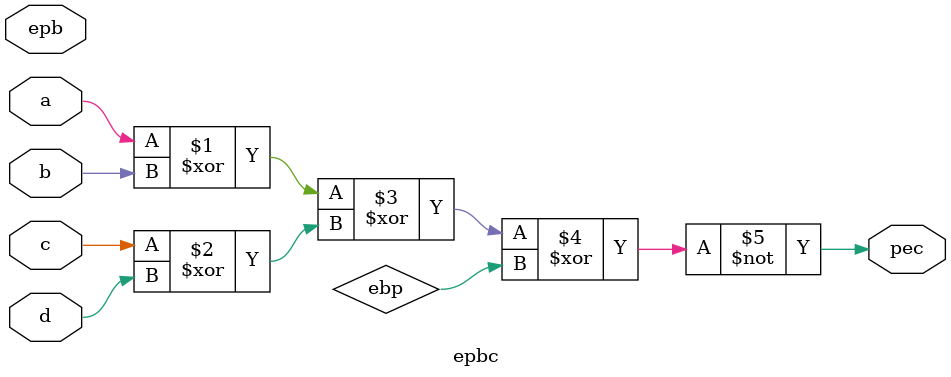
<source format=v>
module epbc(
    input a,
    input b,
    input c,
    input d,   
    input epb,

    output pec
);

assign pec = ~( (a^b)^(c^d)^ebp);

endmodule
</source>
